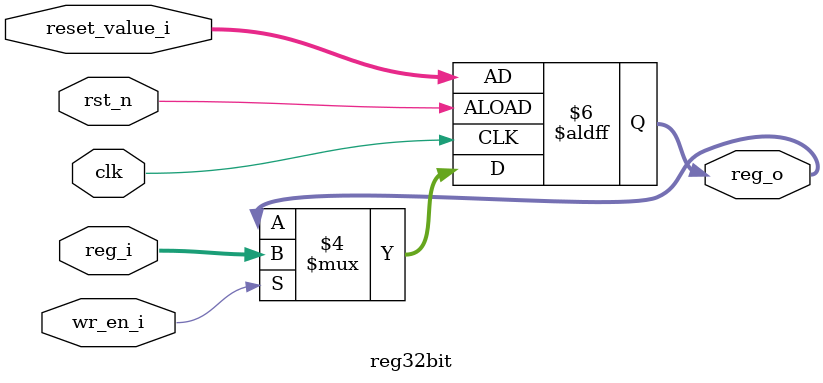
<source format=sv>
`timescale 1ns/100ps

module reg32bit (
  input        clk,
  input        rst_n,
  input [31:0] reset_value_i,
  input        wr_en_i,
  input  wire [31:0] reg_i,
  output reg  [31:0] reg_o
);


  always @(posedge clk or negedge rst_n) begin
    if (!rst_n)
      reg_o <= reset_value_i;
    else if (wr_en_i)
      reg_o <= reg_i;
    else
      reg_o <= reg_o;
  end

endmodule

</source>
